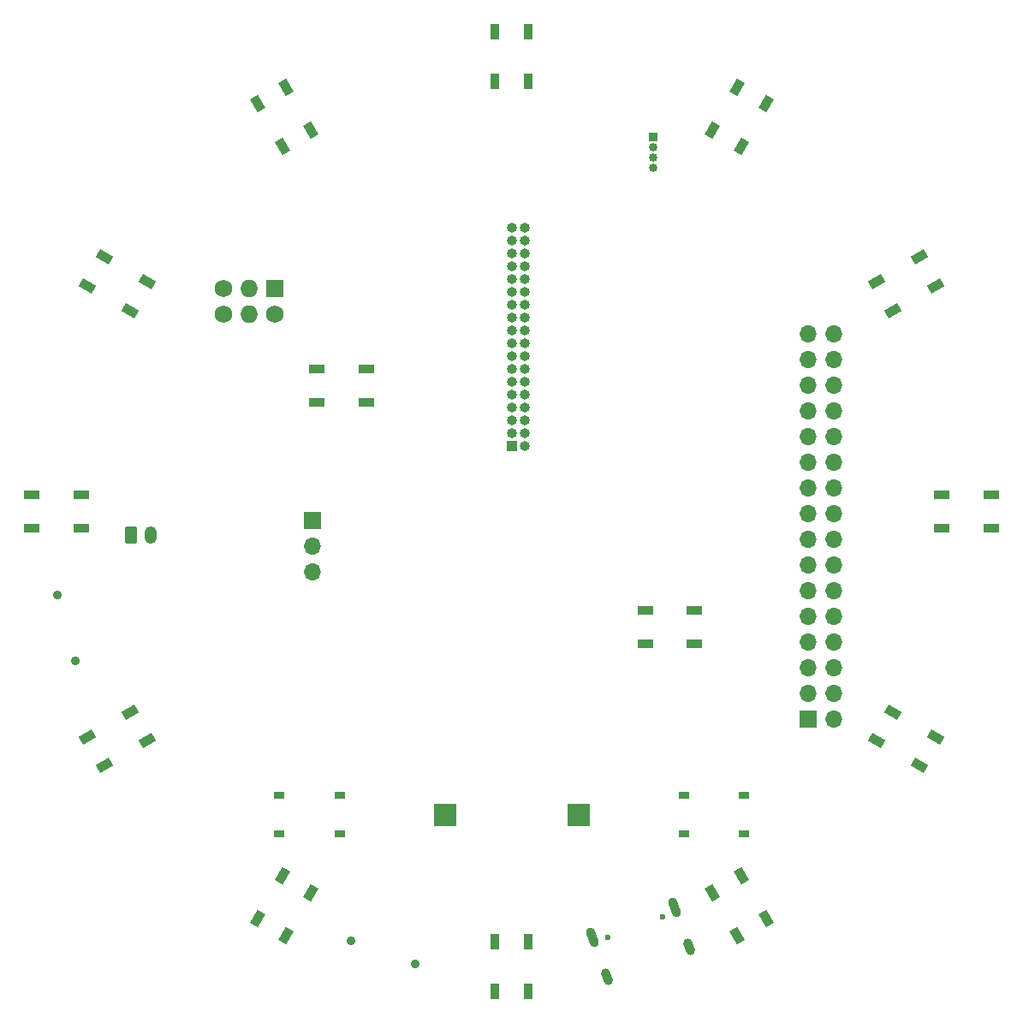
<source format=gbr>
%TF.GenerationSoftware,KiCad,Pcbnew,(6.0.8)*%
%TF.CreationDate,2022-10-27T23:25:15+02:00*%
%TF.ProjectId,Badge,42616467-652e-46b6-9963-61645f706362,rev?*%
%TF.SameCoordinates,Original*%
%TF.FileFunction,Soldermask,Bot*%
%TF.FilePolarity,Negative*%
%FSLAX46Y46*%
G04 Gerber Fmt 4.6, Leading zero omitted, Abs format (unit mm)*
G04 Created by KiCad (PCBNEW (6.0.8)) date 2022-10-27 23:25:15*
%MOMM*%
%LPD*%
G01*
G04 APERTURE LIST*
G04 Aperture macros list*
%AMRoundRect*
0 Rectangle with rounded corners*
0 $1 Rounding radius*
0 $2 $3 $4 $5 $6 $7 $8 $9 X,Y pos of 4 corners*
0 Add a 4 corners polygon primitive as box body*
4,1,4,$2,$3,$4,$5,$6,$7,$8,$9,$2,$3,0*
0 Add four circle primitives for the rounded corners*
1,1,$1+$1,$2,$3*
1,1,$1+$1,$4,$5*
1,1,$1+$1,$6,$7*
1,1,$1+$1,$8,$9*
0 Add four rect primitives between the rounded corners*
20,1,$1+$1,$2,$3,$4,$5,0*
20,1,$1+$1,$4,$5,$6,$7,0*
20,1,$1+$1,$6,$7,$8,$9,0*
20,1,$1+$1,$8,$9,$2,$3,0*%
%AMHorizOval*
0 Thick line with rounded ends*
0 $1 width*
0 $2 $3 position (X,Y) of the first rounded end (center of the circle)*
0 $4 $5 position (X,Y) of the second rounded end (center of the circle)*
0 Add line between two ends*
20,1,$1,$2,$3,$4,$5,0*
0 Add two circle primitives to create the rounded ends*
1,1,$1,$2,$3*
1,1,$1,$4,$5*%
%AMRotRect*
0 Rectangle, with rotation*
0 The origin of the aperture is its center*
0 $1 length*
0 $2 width*
0 $3 Rotation angle, in degrees counterclockwise*
0 Add horizontal line*
21,1,$1,$2,0,0,$3*%
G04 Aperture macros list end*
%ADD10C,0.600000*%
%ADD11HorizOval,0.900000X-0.188111X0.516831X0.188111X-0.516831X0*%
%ADD12HorizOval,0.900000X-0.136808X0.375877X0.136808X-0.375877X0*%
%ADD13R,1.700000X1.700000*%
%ADD14O,1.700000X1.700000*%
%ADD15RoundRect,0.250000X-0.350000X-0.625000X0.350000X-0.625000X0.350000X0.625000X-0.350000X0.625000X0*%
%ADD16O,1.200000X1.750000*%
%ADD17R,1.000000X1.000000*%
%ADD18O,1.000000X1.000000*%
%ADD19R,0.850000X0.850000*%
%ADD20O,0.850000X0.850000*%
%ADD21C,0.900000*%
%ADD22RotRect,1.500000X0.900000X30.000000*%
%ADD23RotRect,1.500000X0.900000X300.000000*%
%ADD24RotRect,1.500000X0.900000X240.000000*%
%ADD25RotRect,1.500000X0.900000X330.000000*%
%ADD26RotRect,1.500000X0.900000X120.000000*%
%ADD27R,2.200000X2.200000*%
%ADD28R,0.900000X1.500000*%
%ADD29R,1.500000X0.900000*%
%ADD30RotRect,1.500000X0.900000X150.000000*%
%ADD31R,1.000000X0.750000*%
%ADD32RotRect,1.500000X0.900000X210.000000*%
%ADD33R,1.727200X1.727200*%
%ADD34C,1.727200*%
%ADD35O,1.727200X1.727200*%
%ADD36RotRect,1.500000X0.900000X60.000000*%
G04 APERTURE END LIST*
D10*
%TO.C,P1*%
X114939782Y-140136776D03*
X109508359Y-142113653D03*
D11*
X108000429Y-142151689D03*
X116119373Y-139196635D03*
D12*
X109426653Y-146070207D03*
X117545597Y-143115153D03*
%TD*%
D13*
%TO.C,J3*%
X80310000Y-100930000D03*
D14*
X80310000Y-103470000D03*
X80310000Y-106010000D03*
%TD*%
D15*
%TO.C,J1*%
X62320000Y-102320000D03*
D16*
X64320000Y-102320000D03*
%TD*%
D17*
%TO.C,J5*%
X100000000Y-93520000D03*
D18*
X101270000Y-93520000D03*
X100000000Y-92250000D03*
X101270000Y-92250000D03*
X100000000Y-90980000D03*
X101270000Y-90980000D03*
X100000000Y-89710000D03*
X101270000Y-89710000D03*
X100000000Y-88440000D03*
X101270000Y-88440000D03*
X100000000Y-87170000D03*
X101270000Y-87170000D03*
X100000000Y-85900000D03*
X101270000Y-85900000D03*
X100000000Y-84630000D03*
X101270000Y-84630000D03*
X100000000Y-83360000D03*
X101270000Y-83360000D03*
X100000000Y-82090000D03*
X101270000Y-82090000D03*
X100000000Y-80820000D03*
X101270000Y-80820000D03*
X100000000Y-79550000D03*
X101270000Y-79550000D03*
X100000000Y-78280000D03*
X101270000Y-78280000D03*
X100000000Y-77010000D03*
X101270000Y-77010000D03*
X100000000Y-75740000D03*
X101270000Y-75740000D03*
X100000000Y-74470000D03*
X101270000Y-74470000D03*
X100000000Y-73200000D03*
X101270000Y-73200000D03*
X100000000Y-71930000D03*
X101270000Y-71930000D03*
%TD*%
D19*
%TO.C,J2*%
X114000000Y-63000000D03*
D20*
X114000000Y-64000000D03*
X114000000Y-65000000D03*
X114000000Y-66000000D03*
%TD*%
D21*
%TO.C,SW3*%
X84085045Y-142467132D03*
X90474955Y-144792868D03*
%TD*%
D13*
%TO.C,J4*%
X129340000Y-120560000D03*
D14*
X131880000Y-120560000D03*
X129340000Y-118020000D03*
X131880000Y-118020000D03*
X129340000Y-115480000D03*
X131880000Y-115480000D03*
X129340000Y-112940000D03*
X131880000Y-112940000D03*
X129340000Y-110400000D03*
X131880000Y-110400000D03*
X129340000Y-107860000D03*
X131880000Y-107860000D03*
X129340000Y-105320000D03*
X131880000Y-105320000D03*
X129340000Y-102780000D03*
X131880000Y-102780000D03*
X129340000Y-100240000D03*
X131880000Y-100240000D03*
X129340000Y-97700000D03*
X131880000Y-97700000D03*
X129340000Y-95160000D03*
X131880000Y-95160000D03*
X129340000Y-92620000D03*
X131880000Y-92620000D03*
X129340000Y-90080000D03*
X131880000Y-90080000D03*
X129340000Y-87540000D03*
X131880000Y-87540000D03*
X129340000Y-85000000D03*
X131880000Y-85000000D03*
X129340000Y-82460000D03*
X131880000Y-82460000D03*
%TD*%
D21*
%TO.C,SW4*%
X56819985Y-114814148D03*
X55060015Y-108245852D03*
%TD*%
D22*
%TO.C,D5*%
X59703238Y-125153942D03*
X58053238Y-122296058D03*
X62296762Y-119846058D03*
X63946762Y-122703942D03*
%TD*%
D23*
%TO.C,D2*%
X74846058Y-59703238D03*
X77703942Y-58053238D03*
X80153942Y-62296762D03*
X77296058Y-63946762D03*
%TD*%
D24*
%TO.C,D12*%
X122296058Y-58053238D03*
X125153942Y-59703238D03*
X122703942Y-63946762D03*
X119846058Y-62296762D03*
%TD*%
D25*
%TO.C,D3*%
X58053238Y-77703942D03*
X59703238Y-74846058D03*
X63946762Y-77296058D03*
X62296762Y-80153942D03*
%TD*%
D26*
%TO.C,D8*%
X125153942Y-140296762D03*
X122296058Y-141946762D03*
X119846058Y-137703238D03*
X122703942Y-136053238D03*
%TD*%
D27*
%TO.C,BZ1*%
X106600000Y-130000000D03*
X93400000Y-130000000D03*
%TD*%
D28*
%TO.C,D1*%
X98350000Y-52550000D03*
X101650000Y-52550000D03*
X101650000Y-57450000D03*
X98350000Y-57450000D03*
%TD*%
D29*
%TO.C,D13*%
X118090000Y-109780000D03*
X118090000Y-113080000D03*
X113190000Y-113080000D03*
X113190000Y-109780000D03*
%TD*%
D30*
%TO.C,D9*%
X141946762Y-122296058D03*
X140296762Y-125153942D03*
X136053238Y-122703942D03*
X137703238Y-119846058D03*
%TD*%
D31*
%TO.C,SW6*%
X123000000Y-128125000D03*
X117000000Y-128125000D03*
X123000000Y-131875000D03*
X117000000Y-131875000D03*
%TD*%
D29*
%TO.C,D4*%
X52550000Y-101650000D03*
X52550000Y-98350000D03*
X57450000Y-98350000D03*
X57450000Y-101650000D03*
%TD*%
D31*
%TO.C,SW5*%
X77000000Y-128125000D03*
X83000000Y-128125000D03*
X77000000Y-131875000D03*
X83000000Y-131875000D03*
%TD*%
D28*
%TO.C,D7*%
X101650000Y-147450000D03*
X98350000Y-147450000D03*
X98350000Y-142550000D03*
X101650000Y-142550000D03*
%TD*%
D32*
%TO.C,D11*%
X140296762Y-74846058D03*
X141946762Y-77703942D03*
X137703238Y-80153942D03*
X136053238Y-77296058D03*
%TD*%
D33*
%TO.C,X1*%
X76530000Y-77960000D03*
D34*
X76530000Y-80500000D03*
D35*
X73990000Y-77960000D03*
X73990000Y-80500000D03*
D34*
X71450000Y-77960000D03*
X71450000Y-80500000D03*
%TD*%
D29*
%TO.C,D10*%
X147450000Y-98350000D03*
X147450000Y-101650000D03*
X142550000Y-101650000D03*
X142550000Y-98350000D03*
%TD*%
D36*
%TO.C,D6*%
X77703942Y-141946762D03*
X74846058Y-140296762D03*
X77296058Y-136053238D03*
X80153942Y-137703238D03*
%TD*%
D29*
%TO.C,D14*%
X85620000Y-85960000D03*
X85620000Y-89260000D03*
X80720000Y-89260000D03*
X80720000Y-85960000D03*
%TD*%
M02*

</source>
